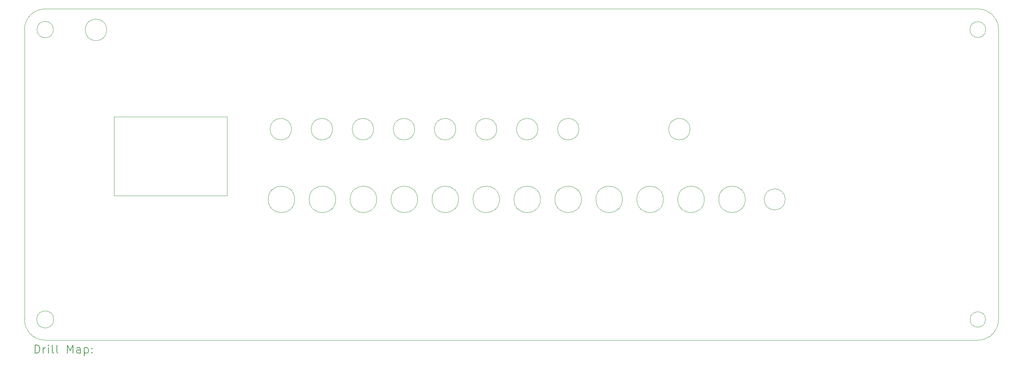
<source format=gbr>
%TF.GenerationSoftware,KiCad,Pcbnew,(6.0.11)*%
%TF.CreationDate,2024-03-29T18:09:18-05:00*%
%TF.ProjectId,dress-front-panel,64726573-732d-4667-926f-6e742d70616e,rev?*%
%TF.SameCoordinates,Original*%
%TF.FileFunction,Drillmap*%
%TF.FilePolarity,Positive*%
%FSLAX45Y45*%
G04 Gerber Fmt 4.5, Leading zero omitted, Abs format (unit mm)*
G04 Created by KiCad (PCBNEW (6.0.11)) date 2024-03-29 18:09:18*
%MOMM*%
%LPD*%
G01*
G04 APERTURE LIST*
%ADD10C,0.050000*%
%ADD11C,0.200000*%
G04 APERTURE END LIST*
D10*
X4000000Y-23000000D02*
X26500000Y-23000000D01*
X3500000Y-15500000D02*
X3500000Y-22500000D01*
X11926180Y-17905000D02*
G75*
G03*
X11926180Y-17905000I-260000J0D01*
G01*
X5659000Y-17602500D02*
X8389500Y-17602500D01*
X8389500Y-17602500D02*
X8389500Y-19507500D01*
X8389500Y-19507500D02*
X5659000Y-19507500D01*
X5659000Y-19507500D02*
X5659000Y-17602500D01*
X14961020Y-19600000D02*
G75*
G03*
X14961020Y-19600000I-320000J0D01*
G01*
X9945000Y-17905000D02*
G75*
G03*
X9945000Y-17905000I-260000J0D01*
G01*
X15888540Y-17905000D02*
G75*
G03*
X15888540Y-17905000I-260000J0D01*
G01*
X10020000Y-19600000D02*
G75*
G03*
X10020000Y-19600000I-320000J0D01*
G01*
X26500000Y-15000000D02*
X4000000Y-15000000D01*
X10935590Y-17905000D02*
G75*
G03*
X10935590Y-17905000I-260000J0D01*
G01*
X27000000Y-22500000D02*
X27000000Y-15500000D01*
X13907360Y-17905000D02*
G75*
G03*
X13907360Y-17905000I-260000J0D01*
G01*
X5485000Y-15507000D02*
G75*
G03*
X5485000Y-15507000I-260000J0D01*
G01*
X14897950Y-17905000D02*
G75*
G03*
X14897950Y-17905000I-260000J0D01*
G01*
X26690988Y-15500000D02*
G75*
G03*
X26690988Y-15500000I-190988J0D01*
G01*
X16937430Y-19600000D02*
G75*
G03*
X16937430Y-19600000I-320000J0D01*
G01*
X27000000Y-15500000D02*
G75*
G03*
X26500000Y-15000000I-500000J0D01*
G01*
X12916770Y-17905000D02*
G75*
G03*
X12916770Y-17905000I-260000J0D01*
G01*
X4198623Y-15500000D02*
G75*
G03*
X4198623Y-15500000I-198623J0D01*
G01*
X19902050Y-19600000D02*
G75*
G03*
X19902050Y-19600000I-320000J0D01*
G01*
X11996410Y-19600000D02*
G75*
G03*
X11996410Y-19600000I-320000J0D01*
G01*
X3500000Y-22500000D02*
G75*
G03*
X4000000Y-23000000I500000J0D01*
G01*
X17925640Y-19600000D02*
G75*
G03*
X17925640Y-19600000I-320000J0D01*
G01*
X4206113Y-22500000D02*
G75*
G03*
X4206113Y-22500000I-206113J0D01*
G01*
X15949230Y-19600000D02*
G75*
G03*
X15949230Y-19600000I-320000J0D01*
G01*
X19560000Y-17905000D02*
G75*
G03*
X19560000Y-17905000I-260000J0D01*
G01*
X21854000Y-19600000D02*
G75*
G03*
X21854000Y-19600000I-254000J0D01*
G01*
X12984610Y-19600000D02*
G75*
G03*
X12984610Y-19600000I-320000J0D01*
G01*
X4000000Y-15000000D02*
G75*
G03*
X3500000Y-15500000I0J-500000D01*
G01*
X13972820Y-19600000D02*
G75*
G03*
X13972820Y-19600000I-320000J0D01*
G01*
X11008200Y-19600000D02*
G75*
G03*
X11008200Y-19600000I-320000J0D01*
G01*
X18913840Y-19600000D02*
G75*
G03*
X18913840Y-19600000I-320000J0D01*
G01*
X16879130Y-17905000D02*
G75*
G03*
X16879130Y-17905000I-260000J0D01*
G01*
X20890250Y-19600000D02*
G75*
G03*
X20890250Y-19600000I-320000J0D01*
G01*
X26685974Y-22500000D02*
G75*
G03*
X26685974Y-22500000I-185975J0D01*
G01*
X26500000Y-23000000D02*
G75*
G03*
X27000000Y-22500000I0J500000D01*
G01*
D11*
X3755119Y-23312976D02*
X3755119Y-23112976D01*
X3802738Y-23112976D01*
X3831309Y-23122500D01*
X3850357Y-23141548D01*
X3859881Y-23160595D01*
X3869405Y-23198690D01*
X3869405Y-23227262D01*
X3859881Y-23265357D01*
X3850357Y-23284405D01*
X3831309Y-23303452D01*
X3802738Y-23312976D01*
X3755119Y-23312976D01*
X3955119Y-23312976D02*
X3955119Y-23179643D01*
X3955119Y-23217738D02*
X3964643Y-23198690D01*
X3974167Y-23189167D01*
X3993214Y-23179643D01*
X4012262Y-23179643D01*
X4078928Y-23312976D02*
X4078928Y-23179643D01*
X4078928Y-23112976D02*
X4069405Y-23122500D01*
X4078928Y-23132024D01*
X4088452Y-23122500D01*
X4078928Y-23112976D01*
X4078928Y-23132024D01*
X4202738Y-23312976D02*
X4183690Y-23303452D01*
X4174167Y-23284405D01*
X4174167Y-23112976D01*
X4307500Y-23312976D02*
X4288452Y-23303452D01*
X4278929Y-23284405D01*
X4278929Y-23112976D01*
X4536071Y-23312976D02*
X4536071Y-23112976D01*
X4602738Y-23255833D01*
X4669405Y-23112976D01*
X4669405Y-23312976D01*
X4850357Y-23312976D02*
X4850357Y-23208214D01*
X4840833Y-23189167D01*
X4821786Y-23179643D01*
X4783690Y-23179643D01*
X4764643Y-23189167D01*
X4850357Y-23303452D02*
X4831310Y-23312976D01*
X4783690Y-23312976D01*
X4764643Y-23303452D01*
X4755119Y-23284405D01*
X4755119Y-23265357D01*
X4764643Y-23246309D01*
X4783690Y-23236786D01*
X4831310Y-23236786D01*
X4850357Y-23227262D01*
X4945595Y-23179643D02*
X4945595Y-23379643D01*
X4945595Y-23189167D02*
X4964643Y-23179643D01*
X5002738Y-23179643D01*
X5021786Y-23189167D01*
X5031310Y-23198690D01*
X5040833Y-23217738D01*
X5040833Y-23274881D01*
X5031310Y-23293928D01*
X5021786Y-23303452D01*
X5002738Y-23312976D01*
X4964643Y-23312976D01*
X4945595Y-23303452D01*
X5126548Y-23293928D02*
X5136071Y-23303452D01*
X5126548Y-23312976D01*
X5117024Y-23303452D01*
X5126548Y-23293928D01*
X5126548Y-23312976D01*
X5126548Y-23189167D02*
X5136071Y-23198690D01*
X5126548Y-23208214D01*
X5117024Y-23198690D01*
X5126548Y-23189167D01*
X5126548Y-23208214D01*
M02*

</source>
